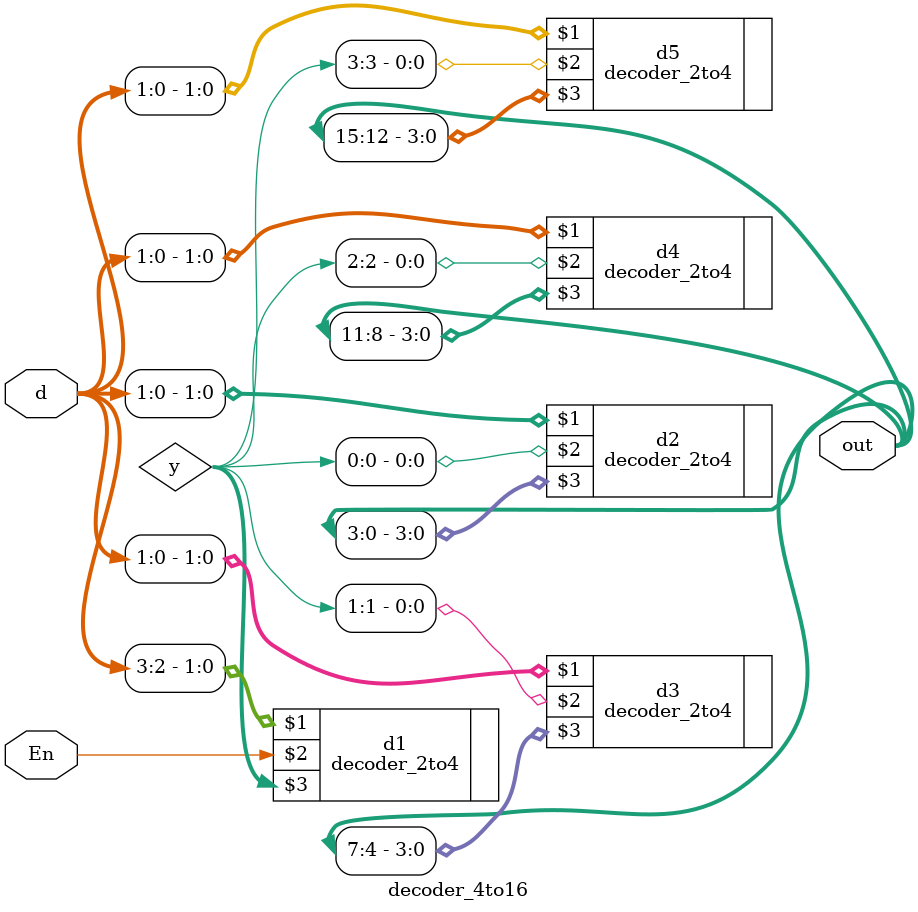
<source format=v>
`timescale 1ns / 1ps

module decoder_4to16(
    input [3:0]d,
	 input En,
	 output[15:0]out
    );
	 wire [3:0]y;
	 decoder_2to4 d1(d[3:2],En,y[3:0]);
	 decoder_2to4 d2(d[1:0],y[0],out[3:0]);
	 decoder_2to4 d3(d[1:0],y[1],out[7:4]);
	 decoder_2to4 d4(d[1:0],y[2],out[11:8]);
	 decoder_2to4 d5(d[1:0],y[3],out[15:12]);
endmodule

</source>
